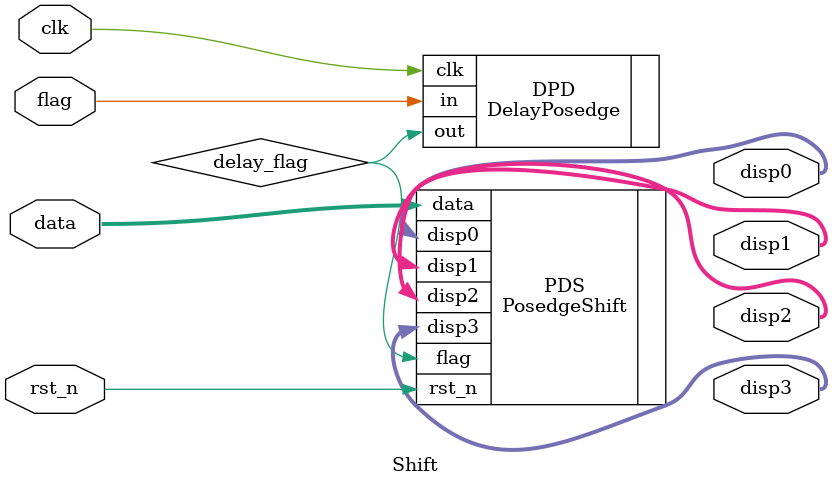
<source format=v>
`timescale 1ns / 1ps


module Shift(
    input wire clk,
    input wire rst_n,
    input wire flag,
    input wire [3:0] data,
    output wire [3:0] disp3, disp2, disp1, disp0
);
    wire delay_flag;
    
PosedgeShift PDS
(
    .rst_n(rst_n),
    .flag(delay_flag),
    .data(data),
    .disp3(disp3), .disp2(disp2), .disp1(disp1), .disp0(disp0)
    );
    
DelayPosedge DPD
(
    .clk(clk),
    .in(flag),
    .out(delay_flag)
);
    
    
    
endmodule

</source>
